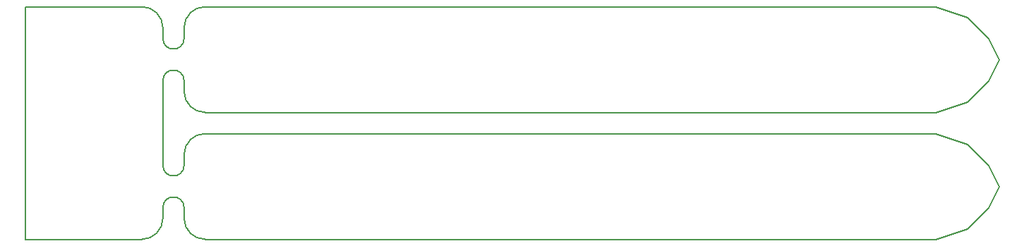
<source format=gbr>
%FSLAX46Y46*%
G04 Gerber Fmt 4.6, Leading zero omitted, Abs format (unit mm)*
G04 Created by KiCad (PCBNEW (2014-08-29 BZR 5106)-product) date Thu 20 Nov 2014 11:46:28 AM PST*
%MOMM*%
G01*
G04 APERTURE LIST*
%ADD10C,0.100000*%
%ADD11C,0.200000*%
G04 APERTURE END LIST*
D10*
D11*
X210820000Y-99060000D02*
X214630000Y-100330000D01*
X217170000Y-107950000D02*
X218440000Y-105410000D01*
X214630000Y-110490000D02*
X217170000Y-107950000D01*
X210820000Y-111760000D02*
X214630000Y-110490000D01*
X217170000Y-102870000D02*
X218440000Y-105410000D01*
X214630000Y-100330000D02*
X217170000Y-102870000D01*
X123190000Y-99060000D02*
X210820000Y-99060000D01*
X210820000Y-111760000D02*
X123190000Y-111760000D01*
X210820000Y-114300000D02*
X153670000Y-114300000D01*
X214630000Y-115570000D02*
X210820000Y-114300000D01*
X217170000Y-118110000D02*
X214630000Y-115570000D01*
X218440000Y-120650000D02*
X217170000Y-118110000D01*
X217170000Y-123190000D02*
X218440000Y-120650000D01*
X214630000Y-125730000D02*
X217170000Y-123190000D01*
X210820000Y-127000000D02*
X214630000Y-125730000D01*
X153670000Y-127000000D02*
X210820000Y-127000000D01*
X120650000Y-102870000D02*
X120650000Y-101600000D01*
X118110000Y-101600000D02*
X118110000Y-102870000D01*
X120650000Y-107950000D02*
X120650000Y-109220000D01*
X118110000Y-118110000D02*
X118110000Y-107950000D01*
X118110000Y-124460000D02*
X118110000Y-123190000D01*
X120650000Y-123190000D02*
X120650000Y-124460000D01*
X120650000Y-116840000D02*
X120650000Y-118110000D01*
X120650000Y-107950000D02*
G75*
G03X118110000Y-107950000I-1270000J0D01*
G74*
G01*
X118110000Y-102870000D02*
G75*
G03X120650000Y-102870000I1270000J0D01*
G74*
G01*
X118110000Y-118110000D02*
G75*
G03X120650000Y-118110000I1270000J0D01*
G74*
G01*
X120650000Y-123190000D02*
G75*
G03X118110000Y-123190000I-1270000J0D01*
G74*
G01*
X120650000Y-124460000D02*
G75*
G03X123190000Y-127000000I2540000J0D01*
G74*
G01*
X123190000Y-114300000D02*
G75*
G03X120650000Y-116840000I0J-2540000D01*
G74*
G01*
X120650000Y-109220000D02*
G75*
G03X123190000Y-111760000I2540000J0D01*
G74*
G01*
X123190000Y-99060000D02*
G75*
G03X120650000Y-101600000I0J-2540000D01*
G74*
G01*
X123190000Y-127000000D02*
X153670000Y-127000000D01*
X123190000Y-114300000D02*
X153670000Y-114300000D01*
X118110000Y-101600000D02*
G75*
G03X115570000Y-99060000I-2540000J0D01*
G74*
G01*
X115570000Y-127000000D02*
G75*
G03X118110000Y-124460000I0J2540000D01*
G74*
G01*
X115570000Y-99060000D02*
X101600000Y-99060000D01*
X101600000Y-127000000D02*
X115570000Y-127000000D01*
X101600000Y-99060000D02*
X101600000Y-127000000D01*
M02*

</source>
